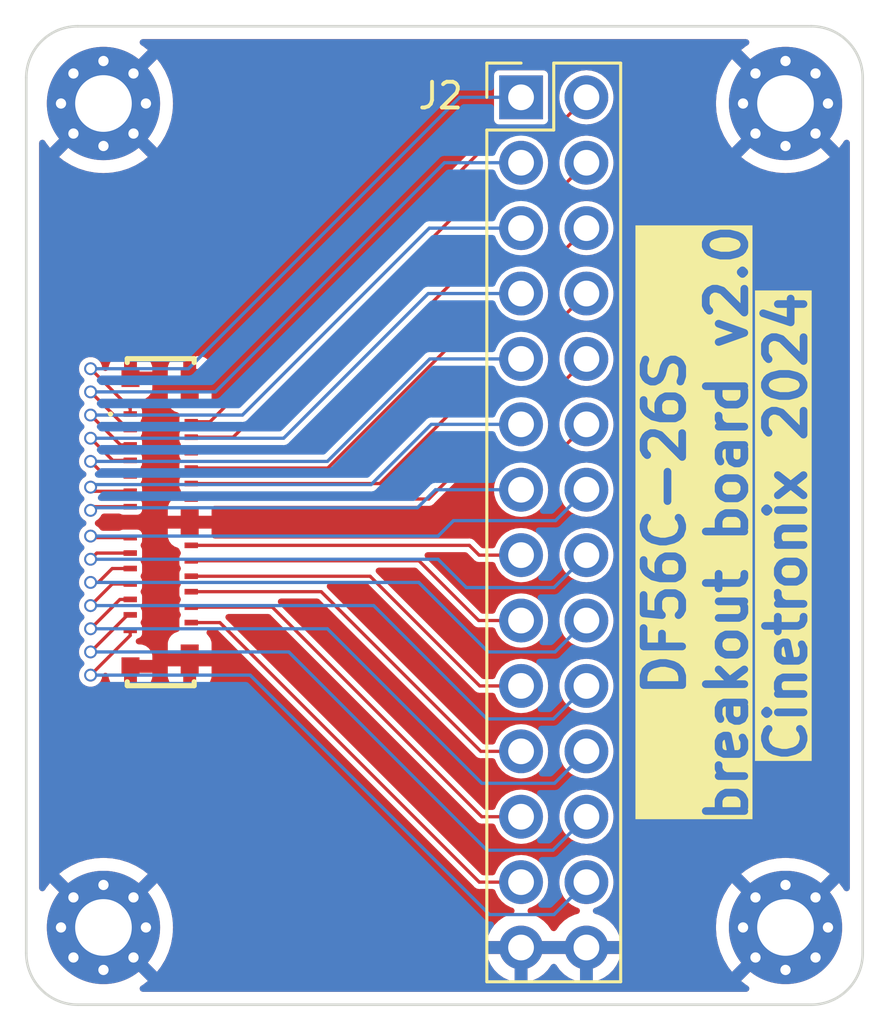
<source format=kicad_pcb>
(kicad_pcb (version 20221018) (generator pcbnew)
  (layers (0 "F.Cu" signal "Front") (31 "B.Cu" signal "Back") (34 "B.Paste" user) (35 "F.Paste" user) (36 "B.SilkS" user "B.Silkscreen") (37 "F.SilkS" user "F.Silkscreen") (38 "B.Mask" user) (39 "F.Mask" user) (44 "Edge.Cuts" user))
  (net 0 "")
  (net 1 "GND")
  (net 2 "Net-(J2-Pin_1)")
  (net 3 "Net-(J2-Pin_2)")
  (net 4 "Net-(J2-Pin_3)")
  (net 5 "Net-(J2-Pin_4)")
  (net 6 "Net-(J2-Pin_5)")
  (net 7 "Net-(J2-Pin_6)")
  (net 8 "Net-(J2-Pin_7)")
  (net 9 "Net-(J2-Pin_8)")
  (net 10 "Net-(J2-Pin_9)")
  (net 11 "Net-(J2-Pin_10)")
  (net 12 "Net-(J2-Pin_11)")
  (net 13 "Net-(J2-Pin_12)")
  (net 14 "Net-(J2-Pin_13)")
  (net 15 "Net-(J2-Pin_14)")
  (net 16 "Net-(J2-Pin_15)")
  (net 17 "Net-(J2-Pin_16)")
  (net 18 "Net-(J2-Pin_17)")
  (net 19 "Net-(J2-Pin_18)")
  (net 20 "Net-(J2-Pin_19)")
  (net 21 "Net-(J2-Pin_20)")
  (net 22 "Net-(J2-Pin_21)")
  (net 23 "Net-(J2-Pin_22)")
  (net 24 "Net-(J2-Pin_23)")
  (net 25 "Net-(J2-Pin_24)")
  (net 26 "Net-(J2-Pin_25)")
  (net 27 "Net-(J2-Pin_26)")
  (footprint "MountingHole:MountingHole_2.2mm_M2_Pad_Via" (layer "F.Cu") (at 59.5 33)
    (fp_text reference "H2" hide)
    (fp_text value "MountingHole_Pad" hide)
    (pad "1" thru_hole circle (at -1.65 0) (size 0.7 0.7) (drill 0.4) (layers "*.Cu" "*.Mask") (net 1 "GND"))
    (pad "1" thru_hole circle (at -1.166726 -1.166726) (size 0.7 0.7) (drill 0.4) (layers "*.Cu" "*.Mask") (net 1 "GND"))
    (pad "1" thru_hole circle (at -1.166726 1.166726) (size 0.7 0.7) (drill 0.4) (layers "*.Cu" "*.Mask") (net 1 "GND"))
    (pad "1" thru_hole circle (at 0 -1.65) (size 0.7 0.7) (drill 0.4) (layers "*.Cu" "*.Mask") (net 1 "GND"))
    (pad "1" thru_hole circle (at 0 0) (size 4.4 4.4) (drill 2.2) (layers "*.Cu" "*.Mask") (net 1 "GND"))
    (pad "1" thru_hole circle (at 0 1.65) (size 0.7 0.7) (drill 0.4) (layers "*.Cu" "*.Mask") (net 1 "GND"))
    (pad "1" thru_hole circle (at 1.166726 -1.166726) (size 0.7 0.7) (drill 0.4) (layers "*.Cu" "*.Mask") (net 1 "GND"))
    (pad "1" thru_hole circle (at 1.166726 1.166726) (size 0.7 0.7) (drill 0.4) (layers "*.Cu" "*.Mask") (net 1 "GND"))
    (pad "1" thru_hole circle (at 1.65 0) (size 0.7 0.7) (drill 0.4) (layers "*.Cu" "*.Mask") (net 1 "GND"))
  )
  (footprint "Connector_PinHeader_2.54mm:PinHeader_2x14_P2.54mm_Vertical" (layer "F.Cu") (at 49.225 32.76)
    (fp_text reference "J2" (at -3.125 -0.06) (layer "F.SilkS"))
    (fp_text value "Conn_02x14_Odd_Even")
    (fp_line (start -1.33 -1.33) (end 0 -1.33) (stroke (width 0.12)) (layer "F.SilkS"))
    (fp_line (start -1.33 0) (end -1.33 -1.33) (stroke (width 0.12)) (layer "F.SilkS"))
    (fp_line (start -1.33 1.27) (end -1.33 34.35) (stroke (width 0.12)) (layer "F.SilkS"))
    (fp_line (start -1.33 1.27) (end 1.27 1.27) (stroke (width 0.12)) (layer "F.SilkS"))
    (fp_line (start -1.33 34.35) (end 3.87 34.35) (stroke (width 0.12)) (layer "F.SilkS"))
    (fp_line (start 1.27 -1.33) (end 3.87 -1.33) (stroke (width 0.12)) (layer "F.SilkS"))
    (fp_line (start 1.27 1.27) (end 1.27 -1.33) (stroke (width 0.12)) (layer "F.SilkS"))
    (fp_line (start 3.87 -1.33) (end 3.87 34.35) (stroke (width 0.12)) (layer "F.SilkS"))
    (pad "1" thru_hole rect (at 0 0) (size 1.7 1.7) (drill 1) (layers "*.Cu" "*.Mask") (net 2 "Net-(J2-Pin_1)"))
    (pad "2" thru_hole oval (at 2.54 0) (size 1.7 1.7) (drill 1) (layers "*.Cu" "*.Mask") (net 3 "Net-(J2-Pin_2)"))
    (pad "3" thru_hole oval (at 0 2.54) (size 1.7 1.7) (drill 1) (layers "*.Cu" "*.Mask") (net 4 "Net-(J2-Pin_3)"))
    (pad "4" thru_hole oval (at 2.54 2.54) (size 1.7 1.7) (drill 1) (layers "*.Cu" "*.Mask") (net 5 "Net-(J2-Pin_4)"))
    (pad "5" thru_hole oval (at 0 5.08) (size 1.7 1.7) (drill 1) (layers "*.Cu" "*.Mask") (net 6 "Net-(J2-Pin_5)"))
    (pad "6" thru_hole oval (at 2.54 5.08) (size 1.7 1.7) (drill 1) (layers "*.Cu" "*.Mask") (net 7 "Net-(J2-Pin_6)"))
    (pad "7" thru_hole oval (at 0 7.62) (size 1.7 1.7) (drill 1) (layers "*.Cu" "*.Mask") (net 8 "Net-(J2-Pin_7)"))
    (pad "8" thru_hole oval (at 2.54 7.62) (size 1.7 1.7) (drill 1) (layers "*.Cu" "*.Mask") (net 9 "Net-(J2-Pin_8)"))
    (pad "9" thru_hole oval (at 0 10.16) (size 1.7 1.7) (drill 1) (layers "*.Cu" "*.Mask") (net 10 "Net-(J2-Pin_9)"))
    (pad "10" thru_hole oval (at 2.54 10.16) (size 1.7 1.7) (drill 1) (layers "*.Cu" "*.Mask") (net 11 "Net-(J2-Pin_10)"))
    (pad "11" thru_hole oval (at 0 12.7) (size 1.7 1.7) (drill 1) (layers "*.Cu" "*.Mask") (net 12 "Net-(J2-Pin_11)"))
    (pad "12" thru_hole oval (at 2.54 12.7) (size 1.7 1.7) (drill 1) (layers "*.Cu" "*.Mask") (net 13 "Net-(J2-Pin_12)"))
    (pad "13" thru_hole oval (at 0 15.24) (size 1.7 1.7) (drill 1) (layers "*.Cu" "*.Mask") (net 14 "Net-(J2-Pin_13)"))
    (pad "14" thru_hole oval (at 2.54 15.24) (size 1.7 1.7) (drill 1) (layers "*.Cu" "*.Mask") (net 15 "Net-(J2-Pin_14)"))
    (pad "15" thru_hole oval (at 0 17.78) (size 1.7 1.7) (drill 1) (layers "*.Cu" "*.Mask") (net 16 "Net-(J2-Pin_15)"))
    (pad "16" thru_hole oval (at 2.54 17.78) (size 1.7 1.7) (drill 1) (layers "*.Cu" "*.Mask") (net 17 "Net-(J2-Pin_16)"))
    (pad "17" thru_hole oval (at 0 20.32) (size 1.7 1.7) (drill 1) (layers "*.Cu" "*.Mask") (net 18 "Net-(J2-Pin_17)"))
    (pad "18" thru_hole oval (at 2.54 20.32) (size 1.7 1.7) (drill 1) (layers "*.Cu" "*.Mask") (net 19 "Net-(J2-Pin_18)"))
    (pad "19" thru_hole oval (at 0 22.86) (size 1.7 1.7) (drill 1) (layers "*.Cu" "*.Mask") (net 20 "Net-(J2-Pin_19)"))
    (pad "20" thru_hole oval (at 2.54 22.86) (size 1.7 1.7) (drill 1) (layers "*.Cu" "*.Mask") (net 21 "Net-(J2-Pin_20)"))
    (pad "21" thru_hole oval (at 0 25.4) (size 1.7 1.7) (drill 1) (layers "*.Cu" "*.Mask") (net 22 "Net-(J2-Pin_21)"))
    (pad "22" thru_hole oval (at 2.54 25.4) (size 1.7 1.7) (drill 1) (layers "*.Cu" "*.Mask") (net 23 "Net-(J2-Pin_22)"))
    (pad "23" thru_hole oval (at 0 27.94) (size 1.7 1.7) (drill 1) (layers "*.Cu" "*.Mask") (net 24 "Net-(J2-Pin_23)"))
    (pad "24" thru_hole oval (at 2.54 27.94) (size 1.7 1.7) (drill 1) (layers "*.Cu" "*.Mask") (net 25 "Net-(J2-Pin_24)"))
    (pad "25" thru_hole oval (at 0 30.48) (size 1.7 1.7) (drill 1) (layers "*.Cu" "*.Mask") (net 26 "Net-(J2-Pin_25)"))
    (pad "26" thru_hole oval (at 2.54 30.48) (size 1.7 1.7) (drill 1) (layers "*.Cu" "*.Mask") (net 27 "Net-(J2-Pin_26)"))
    (pad "27" thru_hole oval (at 0 33.02) (size 1.7 1.7) (drill 1) (layers "*.Cu" "*.Mask") (net 1 "GND"))
    (pad "28" thru_hole oval (at 2.54 33.02) (size 1.7 1.7) (drill 1) (layers "*.Cu" "*.Mask") (net 1 "GND"))
  )
  (footprint "MountingHole:MountingHole_2.2mm_M2_Pad_Via" (layer "F.Cu") (at 59.5 65)
    (fp_text reference "H4" hide)
    (fp_text value "MountingHole_Pad" hide)
    (pad "1" thru_hole circle (at -1.65 0) (size 0.7 0.7) (drill 0.4) (layers "*.Cu" "*.Mask") (net 1 "GND"))
    (pad "1" thru_hole circle (at -1.166726 -1.166726) (size 0.7 0.7) (drill 0.4) (layers "*.Cu" "*.Mask") (net 1 "GND"))
    (pad "1" thru_hole circle (at -1.166726 1.166726) (size 0.7 0.7) (drill 0.4) (layers "*.Cu" "*.Mask") (net 1 "GND"))
    (pad "1" thru_hole circle (at 0 -1.65) (size 0.7 0.7) (drill 0.4) (layers "*.Cu" "*.Mask") (net 1 "GND"))
    (pad "1" thru_hole circle (at 0 0) (size 4.4 4.4) (drill 2.2) (layers "*.Cu" "*.Mask") (net 1 "GND"))
    (pad "1" thru_hole circle (at 0 1.65) (size 0.7 0.7) (drill 0.4) (layers "*.Cu" "*.Mask") (net 1 "GND"))
    (pad "1" thru_hole circle (at 1.166726 -1.166726) (size 0.7 0.7) (drill 0.4) (layers "*.Cu" "*.Mask") (net 1 "GND"))
    (pad "1" thru_hole circle (at 1.166726 1.166726) (size 0.7 0.7) (drill 0.4) (layers "*.Cu" "*.Mask") (net 1 "GND"))
    (pad "1" thru_hole circle (at 1.65 0) (size 0.7 0.7) (drill 0.4) (layers "*.Cu" "*.Mask") (net 1 "GND"))
  )
  (footprint "DF56C-26S:DF56C26S03V51" (layer "F.Cu") (at 35.225 49.26 -90)
    (fp_text reference "J1" hide)
    (fp_text value "DF56C-26S-0.3V_51_" hide)
    (fp_line (start -6.35 -1.3) (end -6.2 -1.3) (stroke (width 0.2)) (layer "F.SilkS"))
    (fp_line (start -6.35 1.3) (end -6.35 -1.3) (stroke (width 0.2)) (layer "F.SilkS"))
    (fp_line (start -6.2 1.3) (end -6.35 1.3) (stroke (width 0.2)) (layer "F.SilkS"))
    (fp_line (start -4.2 1.9) (end -4.2 1.9) (stroke (width 0.1)) (layer "F.SilkS"))
    (fp_line (start -4.2 2) (end -4.2 2) (stroke (width 0.1)) (layer "F.SilkS"))
    (fp_line (start 6.2 -1.3) (end 6.35 -1.3) (stroke (width 0.2)) (layer "F.SilkS"))
    (fp_line (start 6.35 -1.3) (end 6.35 1.3) (stroke (width 0.2)) (layer "F.SilkS"))
    (fp_line (start 6.35 1.3) (end 6.2 1.3) (stroke (width 0.2)) (layer "F.SilkS"))
    (fp_arc (start -4.2 1.9) (mid -4.15 1.95) (end -4.2 2) (stroke (width 0.1)) (layer "F.SilkS"))
    (fp_arc (start -4.2 2) (mid -4.25 1.95) (end -4.2 1.9) (stroke (width 0.1)) (layer "F.SilkS"))
    (pad "1" smd rect (at -4.2 1.185 270) (size 0.22 0.52) (layers "F.Cu" "F.Paste" "F.Mask") (net 2 "Net-(J2-Pin_1)"))
    (pad "2" smd rect (at -3.9 -1.185 270) (size 0.22 0.52) (layers "F.Cu" "F.Paste" "F.Mask") (net 3 "Net-(J2-Pin_2)"))
    (pad "3" smd rect (at -3.6 1.185 270) (size 0.22 0.52) (layers "F.Cu" "F.Paste" "F.Mask") (net 4 "Net-(J2-Pin_3)"))
    (pad "4" smd rect (at -3.3 -1.185 270) (size 0.22 0.52) (layers "F.Cu" "F.Paste" "F.Mask") (net 5 "Net-(J2-Pin_4)"))
    (pad "5" smd rect (at -3 1.185 270) (size 0.22 0.52) (layers "F.Cu" "F.Paste" "F.Mask") (net 6 "Net-(J2-Pin_5)"))
    (pad "6" smd rect (at -2.7 -1.185 270) (size 0.22 0.52) (layers "F.Cu" "F.Paste" "F.Mask") (net 7 "Net-(J2-Pin_6)"))
    (pad "7" smd rect (at -2.4 1.185 270) (size 0.22 0.52) (layers "F.Cu" "F.Paste" "F.Mask") (net 8 "Net-(J2-Pin_7)"))
    (pad "8" smd rect (at -2.1 -1.185 270) (size 0.22 0.52) (layers "F.Cu" "F.Paste" "F.Mask") (net 9 "Net-(J2-Pin_8)"))
    (pad "9" smd rect (at -1.8 1.185 270) (size 0.22 0.52) (layers "F.Cu" "F.Paste" "F.Mask") (net 10 "Net-(J2-Pin_9)"))
    (pad "10" smd rect (at -1.5 -1.185 270) (size 0.22 0.52) (layers "F.Cu" "F.Paste" "F.Mask") (net 11 "Net-(J2-Pin_10)"))
    (pad "11" smd rect (at -1.2 1.185 270) (size 0.22 0.52) (layers "F.Cu" "F.Paste" "F.Mask") (net 12 "Net-(J2-Pin_11)"))
    (pad "12" smd rect (at -0.9 -1.185 270) (size 0.22 0.52) (layers "F.Cu" "F.Paste" "F.Mask") (net 13 "Net-(J2-Pin_12)"))
    (pad "13" smd rect (at -0.6 1.185 270) (size 0.22 0.52) (layers "F.Cu" "F.Paste" "F.Mask") (net 14 "Net-(J2-Pin_13)"))
    (pad "14" smd rect (at 0.6 1.185 270) (size 0.22 0.52) (layers "F.Cu" "F.Paste" "F.Mask") (net 15 "Net-(J2-Pin_14)"))
    (pad "15" smd rect (at 0.9 -1.185 270) (size 0.22 0.52) (layers "F.Cu" "F.Paste" "F.Mask") (net 16 "Net-(J2-Pin_15)"))
    (pad "16" smd rect (at 1.2 1.185 270) (size 0.22 0.52) (layers "F.Cu" "F.Paste" "F.Mask") (net 17 "Net-(J2-Pin_16)"))
    (pad "17" smd rect (at 1.5 -1.185 270) (size 0.22 0.52) (layers "F.Cu" "F.Paste" "F.Mask") (net 18 "Net-(J2-Pin_17)"))
    (pad "18" smd rect (at 1.8 1.185 270) (size 0.22 0.52) (layers "F.Cu" "F.Paste" "F.Mask") (net 19 "Net-(J2-Pin_18)"))
    (pad "19" smd rect (at 2.1 -1.185 270) (size 0.22 0.52) (layers "F.Cu" "F.Paste" "F.Mask") (net 20 "Net-(J2-Pin_19)"))
    (pad "20" smd rect (at 2.4 1.185 270) (size 0.22 0.52) (layers "F.Cu" "F.Paste" "F.Mask") (net 21 "Net-(J2-Pin_20)"))
    (pad "21" smd rect (at 2.7 -1.185 270) (size 0.22 0.52) (layers "F.Cu" "F.Paste" "F.Mask") (net 22 "Net-(J2-Pin_21)"))
    (pad "22" smd rect (at 3 1.185 270) (size 0.22 0.52) (layers "F.Cu" "F.Paste" "F.Mask") (net 23 "Net-(J2-Pin_22)"))
    (pad "23" smd rect (at 3.3 -1.185 270) (size 0.22 0.52) (layers "F.Cu" "F.Paste" "F.Mask") (net 24 "Net-(J2-Pin_23)"))
    (pad "24" smd rect (at 3.6 1.185 270) (size 0.22 0.52) (layers "F.Cu" "F.Paste" "F.Mask") (net 25 "Net-(J2-Pin_24)"))
    (pad "25" smd rect (at 3.9 -1.185 270) (size 0.22 0.52) (layers "F.Cu" "F.Paste" "F.Mask") (net 26 "Net-(J2-Pin_25)"))
    (pad "26" smd rect (at 4.2 1.185 270) (size 0.22 0.52) (layers "F.Cu" "F.Paste" "F.Mask") (net 27 "Net-(J2-Pin_26)"))
    (pad "G1" smd rect (at -5.6 1.175) (size 0.7 0.7) (layers "F.Cu" "F.Paste" "F.Mask") (net 1 "GND"))
    (pad "G2" smd rect (at -5.35 -1.125) (size 0.7 1.2) (layers "F.Cu" "F.Paste" "F.Mask") (net 1 "GND"))
    (pad "G3" smd rect (at 0 -1.125) (size 0.7 1) (layers "F.Cu" "F.Paste" "F.Mask") (net 1 "GND"))
    (pad "G4" smd rect (at 5.35 -1.125) (size 0.7 1.2) (layers "F.Cu" "F.Paste" "F.Mask") (net 1 "GND"))
    (pad "G5" smd rect (at 5.6 1.175) (size 0.7 0.7) (layers "F.Cu" "F.Paste" "F.Mask") (net 1 "GND"))
  )
  (footprint "MountingHole:MountingHole_2.2mm_M2_Pad_Via" (layer "F.Cu") (at 33 33)
    (fp_text reference "H1" hide)
    (fp_text value "MountingHole_Pad" hide)
    (pad "1" thru_hole circle (at -1.65 0) (size 0.7 0.7) (drill 0.4) (layers "*.Cu" "*.Mask") (net 1 "GND"))
    (pad "1" thru_hole circle (at -1.166726 -1.166726) (size 0.7 0.7) (drill 0.4) (layers "*.Cu" "*.Mask") (net 1 "GND"))
    (pad "1" thru_hole circle (at -1.166726 1.166726) (size 0.7 0.7) (drill 0.4) (layers "*.Cu" "*.Mask") (net 1 "GND"))
    (pad "1" thru_hole circle (at 0 -1.65) (size 0.7 0.7) (drill 0.4) (layers "*.Cu" "*.Mask") (net 1 "GND"))
    (pad "1" thru_hole circle (at 0 0) (size 4.4 4.4) (drill 2.2) (layers "*.Cu" "*.Mask") (net 1 "GND"))
    (pad "1" thru_hole circle (at 0 1.65) (size 0.7 0.7) (drill 0.4) (layers "*.Cu" "*.Mask") (net 1 "GND"))
    (pad "1" thru_hole circle (at 1.166726 -1.166726) (size 0.7 0.7) (drill 0.4) (layers "*.Cu" "*.Mask") (net 1 "GND"))
    (pad "1" thru_hole circle (at 1.166726 1.166726) (size 0.7 0.7) (drill 0.4) (layers "*.Cu" "*.Mask") (net 1 "GND"))
    (pad "1" thru_hole circle (at 1.65 0) (size 0.7 0.7) (drill 0.4) (layers "*.Cu" "*.Mask") (net 1 "GND"))
  )
  (footprint "MountingHole:MountingHole_2.2mm_M2_Pad_Via" (layer "F.Cu") (at 33 65)
    (fp_text reference "H3" hide)
    (fp_text value "MountingHole_Pad" hide)
    (pad "1" thru_hole circle (at -1.65 0) (size 0.7 0.7) (drill 0.4) (layers "*.Cu" "*.Mask") (net 1 "GND"))
    (pad "1" thru_hole circle (at -1.166726 -1.166726) (size 0.7 0.7) (drill 0.4) (layers "*.Cu" "*.Mask") (net 1 "GND"))
    (pad "1" thru_hole circle (at -1.166726 1.166726) (size 0.7 0.7) (drill 0.4) (layers "*.Cu" "*.Mask") (net 1 "GND"))
    (pad "1" thru_hole circle (at 0 -1.65) (size 0.7 0.7) (drill 0.4) (layers "*.Cu" "*.Mask") (net 1 "GND"))
    (pad "1" thru_hole circle (at 0 0) (size 4.4 4.4) (drill 2.2) (layers "*.Cu" "*.Mask") (net 1 "GND"))
    (pad "1" thru_hole circle (at 0 1.65) (size 0.7 0.7) (drill 0.4) (layers "*.Cu" "*.Mask") (net 1 "GND"))
    (pad "1" thru_hole circle (at 1.166726 -1.166726) (size 0.7 0.7) (drill 0.4) (layers "*.Cu" "*.Mask") (net 1 "GND"))
    (pad "1" thru_hole circle (at 1.166726 1.166726) (size 0.7 0.7) (drill 0.4) (layers "*.Cu" "*.Mask") (net 1 "GND"))
    (pad "1" thru_hole circle (at 1.65 0) (size 0.7 0.7) (drill 0.4) (layers "*.Cu" "*.Mask") (net 1 "GND"))
  )
  (gr_line (start 30 32) (end 30 66) (stroke (width 0.1)) (layer "Edge.Cuts"))
  (gr_arc (start 30 32) (mid 30.585786 30.585786) (end 32 30) (stroke (width 0.1)) (layer "Edge.Cuts"))
  (gr_arc (start 60.5 30) (mid 61.914214 30.585786) (end 62.5 32) (stroke (width 0.1)) (layer "Edge.Cuts"))
  (gr_arc (start 32 68) (mid 30.585786 67.414214) (end 30 66) (stroke (width 0.1)) (layer "Edge.Cuts"))
  (gr_line (start 62.5 66) (end 62.5 32) (stroke (width 0.1)) (layer "Edge.Cuts"))
  (gr_arc (start 62.5 66) (mid 61.914214 67.414214) (end 60.5 68) (stroke (width 0.1)) (layer "Edge.Cuts"))
  (gr_line (start 32 68) (end 60.5 68) (stroke (width 0.1)) (layer "Edge.Cuts"))
  (gr_line (start 60.5 30) (end 32 30) (stroke (width 0.1)) (layer "Edge.Cuts"))
  (gr_text "Cinetronix 2024" (at 60.4 58.7 90) (layer "F.SilkS" knockout) (effects (font (size 1.5 1.5) (thickness 0.3) bold) (justify left bottom)))
  (gr_text "DF56C-26S\nbreakout board v2.0" (at 58.1 49.3 90) (layer "F.SilkS" knockout) (effects (font (size 1.5 1.5) (thickness 0.3) bold) (justify bottom)))
  (segment (start 32.5 43.3) (end 34.04 44.84) (width 0.127) (layer "F.Cu") (net 2))
  (segment (start 34.04 44.84) (end 34.04 45.06) (width 0.127) (layer "F.Cu") (net 2))
  (via (at 32.5 43.3) (size 0.5) (drill 0.35) (layers "F.Cu" "B.Cu") (net 2))
  (segment (start 46.84 32.76) (end 49.225 32.76) (width 0.127) (layer "B.Cu") (net 2))
  (segment (start 36.3 43.3) (end 46.84 32.76) (width 0.127) (layer "B.Cu") (net 2))
  (segment (start 32.5 43.3) (end 36.3 43.3) (width 0.127) (layer "B.Cu") (net 2))
  (segment (start 51.765 32.76) (end 50.525 34) (width 0.127) (layer "F.Cu") (net 3))
  (segment (start 48.5 34) (end 37.14 45.36) (width 0.127) (layer "F.Cu") (net 3))
  (segment (start 37.14 45.36) (end 36.41 45.36) (width 0.127) (layer "F.Cu") (net 3))
  (segment (start 50.525 34) (end 48.5 34) (width 0.127) (layer "F.Cu") (net 3))
  (segment (start 32.5 44.2) (end 33.96 45.66) (width 0.127) (layer "F.Cu") (net 4))
  (segment (start 33.96 45.66) (end 34.04 45.66) (width 0.127) (layer "F.Cu") (net 4))
  (via (at 32.5 44.2) (size 0.5) (drill 0.35) (layers "F.Cu" "B.Cu") (net 4))
  (segment (start 32.5 44.2) (end 37.35 44.2) (width 0.127) (layer "B.Cu") (net 4))
  (segment (start 37.35 44.2) (end 46.25 35.3) (width 0.127) (layer "B.Cu") (net 4))
  (segment (start 46.25 35.3) (end 49.225 35.3) (width 0.127) (layer "B.Cu") (net 4))
  (segment (start 50.465 36.6) (end 47.4 36.6) (width 0.127) (layer "F.Cu") (net 5))
  (segment (start 51.765 35.3) (end 50.465 36.6) (width 0.127) (layer "F.Cu") (net 5))
  (segment (start 38.04 45.96) (end 36.41 45.96) (width 0.127) (layer "F.Cu") (net 5))
  (segment (start 47.4 36.6) (end 38.04 45.96) (width 0.127) (layer "F.Cu") (net 5))
  (segment (start 32.5 45.1) (end 33.66 46.26) (width 0.127) (layer "F.Cu") (net 6))
  (segment (start 33.66 46.26) (end 34.04 46.26) (width 0.127) (layer "F.Cu") (net 6))
  (via (at 32.5 45.1) (size 0.5) (drill 0.35) (layers "F.Cu" "B.Cu") (net 6))
  (segment (start 38.4 45.1) (end 45.66 37.84) (width 0.127) (layer "B.Cu") (net 6))
  (segment (start 45.66 37.84) (end 49.225 37.84) (width 0.127) (layer "B.Cu") (net 6))
  (segment (start 32.5 45.1) (end 38.4 45.1) (width 0.127) (layer "B.Cu") (net 6))
  (segment (start 51.765 37.84) (end 50.505 39.1) (width 0.127) (layer "F.Cu") (net 7))
  (segment (start 50.505 39.1) (end 47.4 39.1) (width 0.127) (layer "F.Cu") (net 7))
  (segment (start 47.4 39.1) (end 39.94 46.56) (width 0.127) (layer "F.Cu") (net 7))
  (segment (start 39.94 46.56) (end 36.41 46.56) (width 0.127) (layer "F.Cu") (net 7))
  (segment (start 32.5 46) (end 33.36 46.86) (width 0.127) (layer "F.Cu") (net 8))
  (segment (start 33.36 46.86) (end 34.04 46.86) (width 0.127) (layer "F.Cu") (net 8))
  (via (at 32.5 46) (size 0.5) (drill 0.35) (layers "F.Cu" "B.Cu") (net 8))
  (segment (start 32.5 46) (end 40 46) (width 0.127) (layer "B.Cu") (net 8))
  (segment (start 40 46) (end 45.62 40.38) (width 0.127) (layer "B.Cu") (net 8))
  (segment (start 45.62 40.38) (end 49.225 40.38) (width 0.127) (layer "B.Cu") (net 8))
  (segment (start 41.715 47.16) (end 36.41 47.16) (width 0.127) (layer "F.Cu") (net 9))
  (segment (start 47.275 41.6) (end 41.715 47.16) (width 0.127) (layer "F.Cu") (net 9))
  (segment (start 50.545 41.6) (end 47.275 41.6) (width 0.127) (layer "F.Cu") (net 9))
  (segment (start 51.765 40.38) (end 50.545 41.6) (width 0.127) (layer "F.Cu") (net 9))
  (segment (start 32.5 46.9) (end 33.06 47.46) (width 0.127) (layer "F.Cu") (net 10))
  (segment (start 33.06 47.46) (end 34.04 47.46) (width 0.127) (layer "F.Cu") (net 10))
  (via (at 32.5 46.9) (size 0.5) (drill 0.35) (layers "F.Cu" "B.Cu") (net 10))
  (segment (start 41.7 46.9) (end 45.68 42.92) (width 0.127) (layer "B.Cu") (net 10))
  (segment (start 32.5 46.9) (end 41.7 46.9) (width 0.127) (layer "B.Cu") (net 10))
  (segment (start 45.68 42.92) (end 49.225 42.92) (width 0.127) (layer "B.Cu") (net 10))
  (segment (start 43.74 47.76) (end 36.41 47.76) (width 0.127) (layer "F.Cu") (net 11))
  (segment (start 47.3 44.2) (end 43.74 47.76) (width 0.127) (layer "F.Cu") (net 11))
  (segment (start 50.485 44.2) (end 47.3 44.2) (width 0.127) (layer "F.Cu") (net 11))
  (segment (start 51.765 42.92) (end 50.485 44.2) (width 0.127) (layer "F.Cu") (net 11))
  (segment (start 32.66 48.06) (end 34.04 48.06) (width 0.127) (layer "F.Cu") (net 12))
  (segment (start 32.5 47.9) (end 32.66 48.06) (width 0.127) (layer "F.Cu") (net 12))
  (via (at 32.5 47.9) (size 0.5) (drill 0.35) (layers "F.Cu" "B.Cu") (net 12))
  (segment (start 32.6 47.8) (end 43.4 47.8) (width 0.127) (layer "B.Cu") (net 12))
  (segment (start 32.5 47.9) (end 32.6 47.8) (width 0.127) (layer "B.Cu") (net 12))
  (segment (start 45.74 45.46) (end 49.225 45.46) (width 0.127) (layer "B.Cu") (net 12))
  (segment (start 43.4 47.8) (end 45.74 45.46) (width 0.127) (layer "B.Cu") (net 12))
  (segment (start 51.765 45.46) (end 50.525 46.7) (width 0.127) (layer "F.Cu") (net 13))
  (segment (start 45.64 48.36) (end 36.41 48.36) (width 0.127) (layer "F.Cu") (net 13))
  (segment (start 47.3 46.7) (end 45.64 48.36) (width 0.127) (layer "F.Cu") (net 13))
  (segment (start 50.525 46.7) (end 47.3 46.7) (width 0.127) (layer "F.Cu") (net 13))
  (segment (start 32.5 48.8) (end 32.64 48.66) (width 0.127) (layer "F.Cu") (net 14))
  (segment (start 32.64 48.66) (end 34.04 48.66) (width 0.127) (layer "F.Cu") (net 14))
  (via (at 32.5 48.8) (size 0.5) (drill 0.35) (layers "F.Cu" "B.Cu") (net 14))
  (segment (start 45.2 48.7) (end 45.9 48) (width 0.127) (layer "B.Cu") (net 14))
  (segment (start 32.6 48.7) (end 45.2 48.7) (width 0.127) (layer "B.Cu") (net 14))
  (segment (start 45.9 48) (end 49.225 48) (width 0.127) (layer "B.Cu") (net 14))
  (segment (start 32.5 48.8) (end 32.6 48.7) (width 0.127) (layer "B.Cu") (net 14))
  (segment (start 34.04 49.86) (end 32.56 49.86) (width 0.127) (layer "F.Cu") (net 15))
  (segment (start 32.56 49.86) (end 32.5 49.8) (width 0.127) (layer "F.Cu") (net 15))
  (via (at 32.5 49.8) (size 0.5) (drill 0.35) (layers "F.Cu" "B.Cu") (net 15))
  (segment (start 50.565 49.2) (end 51.765 48) (width 0.127) (layer "B.Cu") (net 15))
  (segment (start 46 49.8) (end 46.6 49.2) (width 0.127) (layer "B.Cu") (net 15))
  (segment (start 32.5 49.8) (end 46 49.8) (width 0.127) (layer "B.Cu") (net 15))
  (segment (start 46.6 49.2) (end 50.565 49.2) (width 0.127) (layer "B.Cu") (net 15))
  (segment (start 49.225 50.54) (end 47.59625 50.54) (width 0.127) (layer "F.Cu") (net 16))
  (segment (start 47.21625 50.16) (end 36.41 50.16) (width 0.127) (layer "F.Cu") (net 16))
  (segment (start 47.59625 50.54) (end 47.21625 50.16) (width 0.127) (layer "F.Cu") (net 16))
  (segment (start 32.74 50.46) (end 32.5 50.7) (width 0.127) (layer "F.Cu") (net 17))
  (segment (start 34.04 50.46) (end 32.74 50.46) (width 0.127) (layer "F.Cu") (net 17))
  (via (at 32.5 50.7) (size 0.5) (drill 0.35) (layers "F.Cu" "B.Cu") (net 17))
  (segment (start 46 50.7) (end 47.1 51.8) (width 0.127) (layer "B.Cu") (net 17))
  (segment (start 47.1 51.8) (end 50.505 51.8) (width 0.127) (layer "B.Cu") (net 17))
  (segment (start 32.5 50.7) (end 46 50.7) (width 0.127) (layer "B.Cu") (net 17))
  (segment (start 50.505 51.8) (end 51.765 50.54) (width 0.127) (layer "B.Cu") (net 17))
  (segment (start 45.26 50.76) (end 36.41 50.76) (width 0.127) (layer "F.Cu") (net 18))
  (segment (start 47.58 53.08) (end 45.26 50.76) (width 0.127) (layer "F.Cu") (net 18))
  (segment (start 49.225 53.08) (end 47.58 53.08) (width 0.127) (layer "F.Cu") (net 18))
  (segment (start 32.5 51.6) (end 32.8 51.6) (width 0.127) (layer "F.Cu") (net 19))
  (segment (start 33.34 51.06) (end 34.04 51.06) (width 0.127) (layer "F.Cu") (net 19))
  (segment (start 32.8 51.6) (end 33.34 51.06) (width 0.127) (layer "F.Cu") (net 19))
  (via (at 32.5 51.6) (size 0.5) (drill 0.35) (layers "F.Cu" "B.Cu") (net 19))
  (segment (start 47.95 54.3) (end 50.545 54.3) (width 0.127) (layer "B.Cu") (net 19))
  (segment (start 50.545 54.3) (end 51.765 53.08) (width 0.127) (layer "B.Cu") (net 19))
  (segment (start 32.5 51.6) (end 45.25 51.6) (width 0.127) (layer "B.Cu") (net 19))
  (segment (start 45.25 51.6) (end 47.95 54.3) (width 0.127) (layer "B.Cu") (net 19))
  (segment (start 49.225 55.62) (end 47.62 55.62) (width 0.127) (layer "F.Cu") (net 20))
  (segment (start 43.36 51.36) (end 36.41 51.36) (width 0.127) (layer "F.Cu") (net 20))
  (segment (start 47.62 55.62) (end 43.36 51.36) (width 0.127) (layer "F.Cu") (net 20))
  (segment (start 32.5 52.5) (end 33.34 51.66) (width 0.127) (layer "F.Cu") (net 21))
  (segment (start 33.34 51.66) (end 34.04 51.66) (width 0.127) (layer "F.Cu") (net 21))
  (via (at 32.5 52.5) (size 0.5) (drill 0.35) (layers "F.Cu" "B.Cu") (net 21))
  (segment (start 50.485 56.9) (end 51.765 55.62) (width 0.127) (layer "B.Cu") (net 21))
  (segment (start 43.5 52.5) (end 47.9 56.9) (width 0.127) (layer "B.Cu") (net 21))
  (segment (start 47.9 56.9) (end 50.485 56.9) (width 0.127) (layer "B.Cu") (net 21))
  (segment (start 32.5 52.5) (end 43.5 52.5) (width 0.127) (layer "B.Cu") (net 21))
  (segment (start 49.225 58.16) (end 47.66 58.16) (width 0.127) (layer "F.Cu") (net 22))
  (segment (start 41.46 51.96) (end 36.41 51.96) (width 0.127) (layer "F.Cu") (net 22))
  (segment (start 47.66 58.16) (end 41.46 51.96) (width 0.127) (layer "F.Cu") (net 22))
  (segment (start 32.5 53.4) (end 33.64 52.26) (width 0.127) (layer "F.Cu") (net 23))
  (segment (start 33.64 52.26) (end 34.04 52.26) (width 0.127) (layer "F.Cu") (net 23))
  (via (at 32.5 53.4) (size 0.5) (drill 0.35) (layers "F.Cu" "B.Cu") (net 23))
  (segment (start 50.525 59.4) (end 51.765 58.16) (width 0.127) (layer "B.Cu") (net 23))
  (segment (start 32.5 53.4) (end 41.7 53.4) (width 0.127) (layer "B.Cu") (net 23))
  (segment (start 47.7 59.4) (end 50.525 59.4) (width 0.127) (layer "B.Cu") (net 23))
  (segment (start 41.7 53.4) (end 47.7 59.4) (width 0.127) (layer "B.Cu") (net 23))
  (segment (start 47.7 60.7) (end 39.56 52.56) (width 0.127) (layer "F.Cu") (net 24))
  (segment (start 49.225 60.7) (end 47.7 60.7) (width 0.127) (layer "F.Cu") (net 24))
  (segment (start 39.56 52.56) (end 36.41 52.56) (width 0.127) (layer "F.Cu") (net 24))
  (segment (start 33.94 52.86) (end 34.04 52.86) (width 0.127) (layer "F.Cu") (net 25))
  (segment (start 32.5 54.3) (end 33.94 52.86) (width 0.127) (layer "F.Cu") (net 25))
  (via (at 32.5 54.3) (size 0.5) (drill 0.35) (layers "F.Cu" "B.Cu") (net 25))
  (segment (start 47.9 62) (end 50.465 62) (width 0.127) (layer "B.Cu") (net 25))
  (segment (start 32.5 54.3) (end 40.2 54.3) (width 0.127) (layer "B.Cu") (net 25))
  (segment (start 40.2 54.3) (end 47.9 62) (width 0.127) (layer "B.Cu") (net 25))
  (segment (start 50.465 62) (end 51.765 60.7) (width 0.127) (layer "B.Cu") (net 25))
  (segment (start 37.5225 53.16) (end 36.41 53.16) (width 0.127) (layer "F.Cu") (net 26))
  (segment (start 49.225 63.24) (end 47.6025 63.24) (width 0.127) (layer "F.Cu") (net 26))
  (segment (start 47.6025 63.24) (end 37.5225 53.16) (width 0.127) (layer "F.Cu") (net 26))
  (segment (start 32.5 55.2) (end 34.04 53.66) (width 0.127) (layer "F.Cu") (net 27))
  (segment (start 34.04 53.66) (end 34.04 53.46) (width 0.127) (layer "F.Cu") (net 27))
  (via (at 32.5 55.2) (size 0.5) (drill 0.35) (layers "F.Cu" "B.Cu") (net 27))
  (segment (start 48 64.5) (end 50.505 64.5) (width 0.127) (layer "B.Cu") (net 27))
  (segment (start 38.7 55.2) (end 48 64.5) (width 0.127) (layer "B.Cu") (net 27))
  (segment (start 32.5 55.2) (end 38.7 55.2) (width 0.127) (layer "B.Cu") (net 27))
  (segment (start 50.505 64.5) (end 51.765 63.24) (width 0.127) (layer "B.Cu") (net 27))
  (zone (net 1) (net_name "GND") (layers "F&B.Cu") (name "GND") (connect_pads (clearance 0.2)) (min_thickness 0.25) (fill yes (thermal_gap 0.5) (thermal_bridge_width 0.5))
    (polygon (pts (xy 63.016 28.98) (xy 63.016 68.778) (xy 28.98 68.778) (xy 28.98 28.98)))
  )
)
</source>
